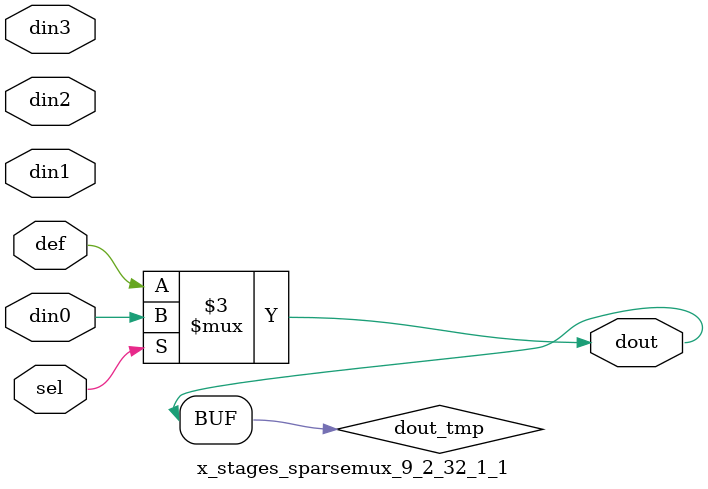
<source format=v>
`timescale 1ns / 1ps

module x_stages_sparsemux_9_2_32_1_1 (din0,din1,din2,din3,def,sel,dout);

parameter din0_WIDTH = 1;

parameter din1_WIDTH = 1;

parameter din2_WIDTH = 1;

parameter din3_WIDTH = 1;

parameter def_WIDTH = 1;
parameter sel_WIDTH = 1;
parameter dout_WIDTH = 1;

parameter [sel_WIDTH-1:0] CASE0 = 1;

parameter [sel_WIDTH-1:0] CASE1 = 1;

parameter [sel_WIDTH-1:0] CASE2 = 1;

parameter [sel_WIDTH-1:0] CASE3 = 1;

parameter ID = 1;
parameter NUM_STAGE = 1;



input [din0_WIDTH-1:0] din0;

input [din1_WIDTH-1:0] din1;

input [din2_WIDTH-1:0] din2;

input [din3_WIDTH-1:0] din3;

input [def_WIDTH-1:0] def;
input [sel_WIDTH-1:0] sel;

output [dout_WIDTH-1:0] dout;



reg [dout_WIDTH-1:0] dout_tmp;

always @ (*) begin
case (sel)
    
    CASE0 : dout_tmp = din0;
    
    CASE1 : dout_tmp = din1;
    
    CASE2 : dout_tmp = din2;
    
    CASE3 : dout_tmp = din3;
    
    default : dout_tmp = def;
endcase
end


assign dout = dout_tmp;



endmodule

</source>
